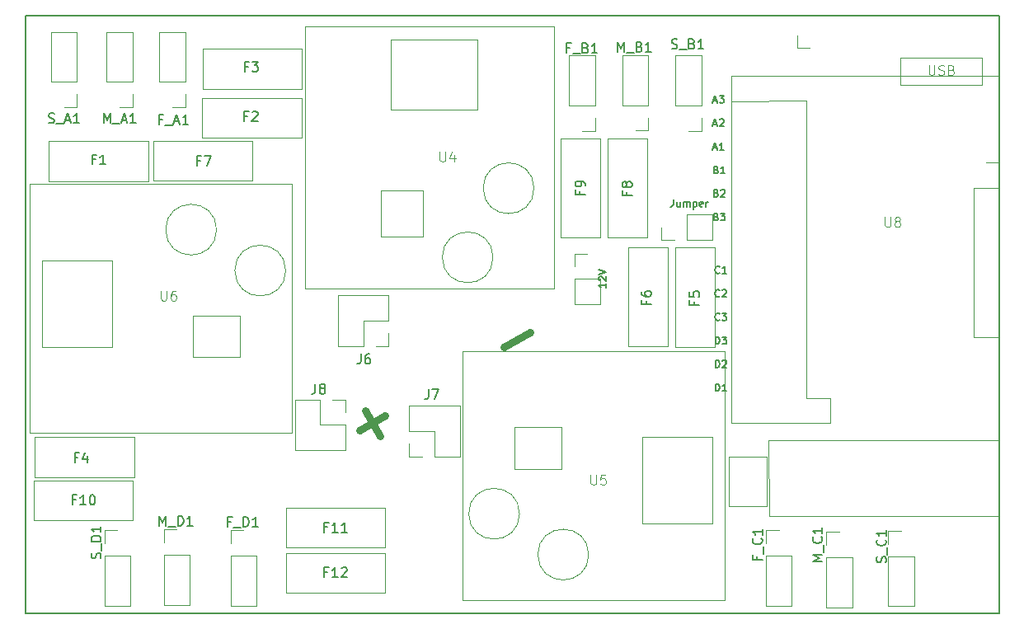
<source format=gbr>
%TF.GenerationSoftware,KiCad,Pcbnew,8.0.2*%
%TF.CreationDate,2024-07-21T17:00:07+02:00*%
%TF.ProjectId,CzlapCzlapBOT,437a6c61-7043-47a6-9c61-70424f542e6b,rev?*%
%TF.SameCoordinates,Original*%
%TF.FileFunction,Legend,Top*%
%TF.FilePolarity,Positive*%
%FSLAX46Y46*%
G04 Gerber Fmt 4.6, Leading zero omitted, Abs format (unit mm)*
G04 Created by KiCad (PCBNEW 8.0.2) date 2024-07-21 17:00:07*
%MOMM*%
%LPD*%
G01*
G04 APERTURE LIST*
%ADD10C,0.200000*%
%ADD11C,0.150000*%
%ADD12C,0.750000*%
%ADD13C,0.100000*%
%ADD14C,0.120000*%
G04 APERTURE END LIST*
D10*
X37329200Y-105816000D02*
X137329200Y-105816000D01*
X137329200Y-167170000D01*
X37329200Y-167170000D01*
X37329200Y-105816000D01*
D11*
X108605026Y-132229605D02*
X108569312Y-132265320D01*
X108569312Y-132265320D02*
X108462169Y-132301034D01*
X108462169Y-132301034D02*
X108390741Y-132301034D01*
X108390741Y-132301034D02*
X108283598Y-132265320D01*
X108283598Y-132265320D02*
X108212169Y-132193891D01*
X108212169Y-132193891D02*
X108176455Y-132122462D01*
X108176455Y-132122462D02*
X108140741Y-131979605D01*
X108140741Y-131979605D02*
X108140741Y-131872462D01*
X108140741Y-131872462D02*
X108176455Y-131729605D01*
X108176455Y-131729605D02*
X108212169Y-131658177D01*
X108212169Y-131658177D02*
X108283598Y-131586748D01*
X108283598Y-131586748D02*
X108390741Y-131551034D01*
X108390741Y-131551034D02*
X108462169Y-131551034D01*
X108462169Y-131551034D02*
X108569312Y-131586748D01*
X108569312Y-131586748D02*
X108605026Y-131622462D01*
X109319312Y-132301034D02*
X108890741Y-132301034D01*
X109105026Y-132301034D02*
X109105026Y-131551034D01*
X109105026Y-131551034D02*
X109033598Y-131658177D01*
X109033598Y-131658177D02*
X108962169Y-131729605D01*
X108962169Y-131729605D02*
X108890741Y-131765320D01*
X108605026Y-134644521D02*
X108569312Y-134680236D01*
X108569312Y-134680236D02*
X108462169Y-134715950D01*
X108462169Y-134715950D02*
X108390741Y-134715950D01*
X108390741Y-134715950D02*
X108283598Y-134680236D01*
X108283598Y-134680236D02*
X108212169Y-134608807D01*
X108212169Y-134608807D02*
X108176455Y-134537378D01*
X108176455Y-134537378D02*
X108140741Y-134394521D01*
X108140741Y-134394521D02*
X108140741Y-134287378D01*
X108140741Y-134287378D02*
X108176455Y-134144521D01*
X108176455Y-134144521D02*
X108212169Y-134073093D01*
X108212169Y-134073093D02*
X108283598Y-134001664D01*
X108283598Y-134001664D02*
X108390741Y-133965950D01*
X108390741Y-133965950D02*
X108462169Y-133965950D01*
X108462169Y-133965950D02*
X108569312Y-134001664D01*
X108569312Y-134001664D02*
X108605026Y-134037378D01*
X108890741Y-134037378D02*
X108926455Y-134001664D01*
X108926455Y-134001664D02*
X108997884Y-133965950D01*
X108997884Y-133965950D02*
X109176455Y-133965950D01*
X109176455Y-133965950D02*
X109247884Y-134001664D01*
X109247884Y-134001664D02*
X109283598Y-134037378D01*
X109283598Y-134037378D02*
X109319312Y-134108807D01*
X109319312Y-134108807D02*
X109319312Y-134180236D01*
X109319312Y-134180236D02*
X109283598Y-134287378D01*
X109283598Y-134287378D02*
X108855026Y-134715950D01*
X108855026Y-134715950D02*
X109319312Y-134715950D01*
X108605026Y-137059437D02*
X108569312Y-137095152D01*
X108569312Y-137095152D02*
X108462169Y-137130866D01*
X108462169Y-137130866D02*
X108390741Y-137130866D01*
X108390741Y-137130866D02*
X108283598Y-137095152D01*
X108283598Y-137095152D02*
X108212169Y-137023723D01*
X108212169Y-137023723D02*
X108176455Y-136952294D01*
X108176455Y-136952294D02*
X108140741Y-136809437D01*
X108140741Y-136809437D02*
X108140741Y-136702294D01*
X108140741Y-136702294D02*
X108176455Y-136559437D01*
X108176455Y-136559437D02*
X108212169Y-136488009D01*
X108212169Y-136488009D02*
X108283598Y-136416580D01*
X108283598Y-136416580D02*
X108390741Y-136380866D01*
X108390741Y-136380866D02*
X108462169Y-136380866D01*
X108462169Y-136380866D02*
X108569312Y-136416580D01*
X108569312Y-136416580D02*
X108605026Y-136452294D01*
X108855026Y-136380866D02*
X109319312Y-136380866D01*
X109319312Y-136380866D02*
X109069312Y-136666580D01*
X109069312Y-136666580D02*
X109176455Y-136666580D01*
X109176455Y-136666580D02*
X109247884Y-136702294D01*
X109247884Y-136702294D02*
X109283598Y-136738009D01*
X109283598Y-136738009D02*
X109319312Y-136809437D01*
X109319312Y-136809437D02*
X109319312Y-136988009D01*
X109319312Y-136988009D02*
X109283598Y-137059437D01*
X109283598Y-137059437D02*
X109247884Y-137095152D01*
X109247884Y-137095152D02*
X109176455Y-137130866D01*
X109176455Y-137130866D02*
X108962169Y-137130866D01*
X108962169Y-137130866D02*
X108890741Y-137095152D01*
X108890741Y-137095152D02*
X108855026Y-137059437D01*
X108176455Y-139545782D02*
X108176455Y-138795782D01*
X108176455Y-138795782D02*
X108355026Y-138795782D01*
X108355026Y-138795782D02*
X108462169Y-138831496D01*
X108462169Y-138831496D02*
X108533598Y-138902925D01*
X108533598Y-138902925D02*
X108569312Y-138974353D01*
X108569312Y-138974353D02*
X108605026Y-139117210D01*
X108605026Y-139117210D02*
X108605026Y-139224353D01*
X108605026Y-139224353D02*
X108569312Y-139367210D01*
X108569312Y-139367210D02*
X108533598Y-139438639D01*
X108533598Y-139438639D02*
X108462169Y-139510068D01*
X108462169Y-139510068D02*
X108355026Y-139545782D01*
X108355026Y-139545782D02*
X108176455Y-139545782D01*
X108855026Y-138795782D02*
X109319312Y-138795782D01*
X109319312Y-138795782D02*
X109069312Y-139081496D01*
X109069312Y-139081496D02*
X109176455Y-139081496D01*
X109176455Y-139081496D02*
X109247884Y-139117210D01*
X109247884Y-139117210D02*
X109283598Y-139152925D01*
X109283598Y-139152925D02*
X109319312Y-139224353D01*
X109319312Y-139224353D02*
X109319312Y-139402925D01*
X109319312Y-139402925D02*
X109283598Y-139474353D01*
X109283598Y-139474353D02*
X109247884Y-139510068D01*
X109247884Y-139510068D02*
X109176455Y-139545782D01*
X109176455Y-139545782D02*
X108962169Y-139545782D01*
X108962169Y-139545782D02*
X108890741Y-139510068D01*
X108890741Y-139510068D02*
X108855026Y-139474353D01*
X108176455Y-141960698D02*
X108176455Y-141210698D01*
X108176455Y-141210698D02*
X108355026Y-141210698D01*
X108355026Y-141210698D02*
X108462169Y-141246412D01*
X108462169Y-141246412D02*
X108533598Y-141317841D01*
X108533598Y-141317841D02*
X108569312Y-141389269D01*
X108569312Y-141389269D02*
X108605026Y-141532126D01*
X108605026Y-141532126D02*
X108605026Y-141639269D01*
X108605026Y-141639269D02*
X108569312Y-141782126D01*
X108569312Y-141782126D02*
X108533598Y-141853555D01*
X108533598Y-141853555D02*
X108462169Y-141924984D01*
X108462169Y-141924984D02*
X108355026Y-141960698D01*
X108355026Y-141960698D02*
X108176455Y-141960698D01*
X108890741Y-141282126D02*
X108926455Y-141246412D01*
X108926455Y-141246412D02*
X108997884Y-141210698D01*
X108997884Y-141210698D02*
X109176455Y-141210698D01*
X109176455Y-141210698D02*
X109247884Y-141246412D01*
X109247884Y-141246412D02*
X109283598Y-141282126D01*
X109283598Y-141282126D02*
X109319312Y-141353555D01*
X109319312Y-141353555D02*
X109319312Y-141424984D01*
X109319312Y-141424984D02*
X109283598Y-141532126D01*
X109283598Y-141532126D02*
X108855026Y-141960698D01*
X108855026Y-141960698D02*
X109319312Y-141960698D01*
X108176455Y-144375614D02*
X108176455Y-143625614D01*
X108176455Y-143625614D02*
X108355026Y-143625614D01*
X108355026Y-143625614D02*
X108462169Y-143661328D01*
X108462169Y-143661328D02*
X108533598Y-143732757D01*
X108533598Y-143732757D02*
X108569312Y-143804185D01*
X108569312Y-143804185D02*
X108605026Y-143947042D01*
X108605026Y-143947042D02*
X108605026Y-144054185D01*
X108605026Y-144054185D02*
X108569312Y-144197042D01*
X108569312Y-144197042D02*
X108533598Y-144268471D01*
X108533598Y-144268471D02*
X108462169Y-144339900D01*
X108462169Y-144339900D02*
X108355026Y-144375614D01*
X108355026Y-144375614D02*
X108176455Y-144375614D01*
X109319312Y-144375614D02*
X108890741Y-144375614D01*
X109105026Y-144375614D02*
X109105026Y-143625614D01*
X109105026Y-143625614D02*
X109033598Y-143732757D01*
X109033598Y-143732757D02*
X108962169Y-143804185D01*
X108962169Y-143804185D02*
X108890741Y-143839900D01*
X103869541Y-124677214D02*
X103869541Y-125212928D01*
X103869541Y-125212928D02*
X103833826Y-125320071D01*
X103833826Y-125320071D02*
X103762398Y-125391500D01*
X103762398Y-125391500D02*
X103655255Y-125427214D01*
X103655255Y-125427214D02*
X103583826Y-125427214D01*
X104548113Y-124927214D02*
X104548113Y-125427214D01*
X104226684Y-124927214D02*
X104226684Y-125320071D01*
X104226684Y-125320071D02*
X104262398Y-125391500D01*
X104262398Y-125391500D02*
X104333827Y-125427214D01*
X104333827Y-125427214D02*
X104440970Y-125427214D01*
X104440970Y-125427214D02*
X104512398Y-125391500D01*
X104512398Y-125391500D02*
X104548113Y-125355785D01*
X104905255Y-125427214D02*
X104905255Y-124927214D01*
X104905255Y-124998642D02*
X104940969Y-124962928D01*
X104940969Y-124962928D02*
X105012398Y-124927214D01*
X105012398Y-124927214D02*
X105119541Y-124927214D01*
X105119541Y-124927214D02*
X105190969Y-124962928D01*
X105190969Y-124962928D02*
X105226684Y-125034357D01*
X105226684Y-125034357D02*
X105226684Y-125427214D01*
X105226684Y-125034357D02*
X105262398Y-124962928D01*
X105262398Y-124962928D02*
X105333826Y-124927214D01*
X105333826Y-124927214D02*
X105440969Y-124927214D01*
X105440969Y-124927214D02*
X105512398Y-124962928D01*
X105512398Y-124962928D02*
X105548112Y-125034357D01*
X105548112Y-125034357D02*
X105548112Y-125427214D01*
X105905255Y-124927214D02*
X105905255Y-125677214D01*
X105905255Y-124962928D02*
X105976684Y-124927214D01*
X105976684Y-124927214D02*
X106119541Y-124927214D01*
X106119541Y-124927214D02*
X106190969Y-124962928D01*
X106190969Y-124962928D02*
X106226684Y-124998642D01*
X106226684Y-124998642D02*
X106262398Y-125070071D01*
X106262398Y-125070071D02*
X106262398Y-125284357D01*
X106262398Y-125284357D02*
X106226684Y-125355785D01*
X106226684Y-125355785D02*
X106190969Y-125391500D01*
X106190969Y-125391500D02*
X106119541Y-125427214D01*
X106119541Y-125427214D02*
X105976684Y-125427214D01*
X105976684Y-125427214D02*
X105905255Y-125391500D01*
X106869540Y-125391500D02*
X106798112Y-125427214D01*
X106798112Y-125427214D02*
X106655255Y-125427214D01*
X106655255Y-125427214D02*
X106583826Y-125391500D01*
X106583826Y-125391500D02*
X106548112Y-125320071D01*
X106548112Y-125320071D02*
X106548112Y-125034357D01*
X106548112Y-125034357D02*
X106583826Y-124962928D01*
X106583826Y-124962928D02*
X106655255Y-124927214D01*
X106655255Y-124927214D02*
X106798112Y-124927214D01*
X106798112Y-124927214D02*
X106869540Y-124962928D01*
X106869540Y-124962928D02*
X106905255Y-125034357D01*
X106905255Y-125034357D02*
X106905255Y-125105785D01*
X106905255Y-125105785D02*
X106548112Y-125177214D01*
X107226683Y-125427214D02*
X107226683Y-124927214D01*
X107226683Y-125070071D02*
X107262397Y-124998642D01*
X107262397Y-124998642D02*
X107298112Y-124962928D01*
X107298112Y-124962928D02*
X107369540Y-124927214D01*
X107369540Y-124927214D02*
X107440969Y-124927214D01*
D12*
X71650734Y-148426526D02*
X74290050Y-146902716D01*
X73732297Y-148984279D02*
X72208487Y-146344963D01*
X86496884Y-139855097D02*
X89136199Y-138331288D01*
D11*
X107988341Y-114560748D02*
X108345484Y-114560748D01*
X107916912Y-114775034D02*
X108166912Y-114025034D01*
X108166912Y-114025034D02*
X108416912Y-114775034D01*
X108595483Y-114025034D02*
X109059769Y-114025034D01*
X109059769Y-114025034D02*
X108809769Y-114310748D01*
X108809769Y-114310748D02*
X108916912Y-114310748D01*
X108916912Y-114310748D02*
X108988341Y-114346462D01*
X108988341Y-114346462D02*
X109024055Y-114382177D01*
X109024055Y-114382177D02*
X109059769Y-114453605D01*
X109059769Y-114453605D02*
X109059769Y-114632177D01*
X109059769Y-114632177D02*
X109024055Y-114703605D01*
X109024055Y-114703605D02*
X108988341Y-114739320D01*
X108988341Y-114739320D02*
X108916912Y-114775034D01*
X108916912Y-114775034D02*
X108702626Y-114775034D01*
X108702626Y-114775034D02*
X108631198Y-114739320D01*
X108631198Y-114739320D02*
X108595483Y-114703605D01*
X107988341Y-116975664D02*
X108345484Y-116975664D01*
X107916912Y-117189950D02*
X108166912Y-116439950D01*
X108166912Y-116439950D02*
X108416912Y-117189950D01*
X108631198Y-116511378D02*
X108666912Y-116475664D01*
X108666912Y-116475664D02*
X108738341Y-116439950D01*
X108738341Y-116439950D02*
X108916912Y-116439950D01*
X108916912Y-116439950D02*
X108988341Y-116475664D01*
X108988341Y-116475664D02*
X109024055Y-116511378D01*
X109024055Y-116511378D02*
X109059769Y-116582807D01*
X109059769Y-116582807D02*
X109059769Y-116654236D01*
X109059769Y-116654236D02*
X109024055Y-116761378D01*
X109024055Y-116761378D02*
X108595483Y-117189950D01*
X108595483Y-117189950D02*
X109059769Y-117189950D01*
X107988341Y-119390580D02*
X108345484Y-119390580D01*
X107916912Y-119604866D02*
X108166912Y-118854866D01*
X108166912Y-118854866D02*
X108416912Y-119604866D01*
X109059769Y-119604866D02*
X108631198Y-119604866D01*
X108845483Y-119604866D02*
X108845483Y-118854866D01*
X108845483Y-118854866D02*
X108774055Y-118962009D01*
X108774055Y-118962009D02*
X108702626Y-119033437D01*
X108702626Y-119033437D02*
X108631198Y-119069152D01*
X108274055Y-121626925D02*
X108381198Y-121662639D01*
X108381198Y-121662639D02*
X108416912Y-121698353D01*
X108416912Y-121698353D02*
X108452626Y-121769782D01*
X108452626Y-121769782D02*
X108452626Y-121876925D01*
X108452626Y-121876925D02*
X108416912Y-121948353D01*
X108416912Y-121948353D02*
X108381198Y-121984068D01*
X108381198Y-121984068D02*
X108309769Y-122019782D01*
X108309769Y-122019782D02*
X108024055Y-122019782D01*
X108024055Y-122019782D02*
X108024055Y-121269782D01*
X108024055Y-121269782D02*
X108274055Y-121269782D01*
X108274055Y-121269782D02*
X108345484Y-121305496D01*
X108345484Y-121305496D02*
X108381198Y-121341210D01*
X108381198Y-121341210D02*
X108416912Y-121412639D01*
X108416912Y-121412639D02*
X108416912Y-121484068D01*
X108416912Y-121484068D02*
X108381198Y-121555496D01*
X108381198Y-121555496D02*
X108345484Y-121591210D01*
X108345484Y-121591210D02*
X108274055Y-121626925D01*
X108274055Y-121626925D02*
X108024055Y-121626925D01*
X109166912Y-122019782D02*
X108738341Y-122019782D01*
X108952626Y-122019782D02*
X108952626Y-121269782D01*
X108952626Y-121269782D02*
X108881198Y-121376925D01*
X108881198Y-121376925D02*
X108809769Y-121448353D01*
X108809769Y-121448353D02*
X108738341Y-121484068D01*
X108274055Y-124041841D02*
X108381198Y-124077555D01*
X108381198Y-124077555D02*
X108416912Y-124113269D01*
X108416912Y-124113269D02*
X108452626Y-124184698D01*
X108452626Y-124184698D02*
X108452626Y-124291841D01*
X108452626Y-124291841D02*
X108416912Y-124363269D01*
X108416912Y-124363269D02*
X108381198Y-124398984D01*
X108381198Y-124398984D02*
X108309769Y-124434698D01*
X108309769Y-124434698D02*
X108024055Y-124434698D01*
X108024055Y-124434698D02*
X108024055Y-123684698D01*
X108024055Y-123684698D02*
X108274055Y-123684698D01*
X108274055Y-123684698D02*
X108345484Y-123720412D01*
X108345484Y-123720412D02*
X108381198Y-123756126D01*
X108381198Y-123756126D02*
X108416912Y-123827555D01*
X108416912Y-123827555D02*
X108416912Y-123898984D01*
X108416912Y-123898984D02*
X108381198Y-123970412D01*
X108381198Y-123970412D02*
X108345484Y-124006126D01*
X108345484Y-124006126D02*
X108274055Y-124041841D01*
X108274055Y-124041841D02*
X108024055Y-124041841D01*
X108738341Y-123756126D02*
X108774055Y-123720412D01*
X108774055Y-123720412D02*
X108845484Y-123684698D01*
X108845484Y-123684698D02*
X109024055Y-123684698D01*
X109024055Y-123684698D02*
X109095484Y-123720412D01*
X109095484Y-123720412D02*
X109131198Y-123756126D01*
X109131198Y-123756126D02*
X109166912Y-123827555D01*
X109166912Y-123827555D02*
X109166912Y-123898984D01*
X109166912Y-123898984D02*
X109131198Y-124006126D01*
X109131198Y-124006126D02*
X108702626Y-124434698D01*
X108702626Y-124434698D02*
X109166912Y-124434698D01*
X108274055Y-126456757D02*
X108381198Y-126492471D01*
X108381198Y-126492471D02*
X108416912Y-126528185D01*
X108416912Y-126528185D02*
X108452626Y-126599614D01*
X108452626Y-126599614D02*
X108452626Y-126706757D01*
X108452626Y-126706757D02*
X108416912Y-126778185D01*
X108416912Y-126778185D02*
X108381198Y-126813900D01*
X108381198Y-126813900D02*
X108309769Y-126849614D01*
X108309769Y-126849614D02*
X108024055Y-126849614D01*
X108024055Y-126849614D02*
X108024055Y-126099614D01*
X108024055Y-126099614D02*
X108274055Y-126099614D01*
X108274055Y-126099614D02*
X108345484Y-126135328D01*
X108345484Y-126135328D02*
X108381198Y-126171042D01*
X108381198Y-126171042D02*
X108416912Y-126242471D01*
X108416912Y-126242471D02*
X108416912Y-126313900D01*
X108416912Y-126313900D02*
X108381198Y-126385328D01*
X108381198Y-126385328D02*
X108345484Y-126421042D01*
X108345484Y-126421042D02*
X108274055Y-126456757D01*
X108274055Y-126456757D02*
X108024055Y-126456757D01*
X108702626Y-126099614D02*
X109166912Y-126099614D01*
X109166912Y-126099614D02*
X108916912Y-126385328D01*
X108916912Y-126385328D02*
X109024055Y-126385328D01*
X109024055Y-126385328D02*
X109095484Y-126421042D01*
X109095484Y-126421042D02*
X109131198Y-126456757D01*
X109131198Y-126456757D02*
X109166912Y-126528185D01*
X109166912Y-126528185D02*
X109166912Y-126706757D01*
X109166912Y-126706757D02*
X109131198Y-126778185D01*
X109131198Y-126778185D02*
X109095484Y-126813900D01*
X109095484Y-126813900D02*
X109024055Y-126849614D01*
X109024055Y-126849614D02*
X108809769Y-126849614D01*
X108809769Y-126849614D02*
X108738341Y-126813900D01*
X108738341Y-126813900D02*
X108702626Y-126778185D01*
X96953814Y-133314887D02*
X96953814Y-133743458D01*
X96953814Y-133529173D02*
X96203814Y-133529173D01*
X96203814Y-133529173D02*
X96310957Y-133600601D01*
X96310957Y-133600601D02*
X96382385Y-133672030D01*
X96382385Y-133672030D02*
X96418100Y-133743458D01*
X96275242Y-133029172D02*
X96239528Y-132993458D01*
X96239528Y-132993458D02*
X96203814Y-132922030D01*
X96203814Y-132922030D02*
X96203814Y-132743458D01*
X96203814Y-132743458D02*
X96239528Y-132672030D01*
X96239528Y-132672030D02*
X96275242Y-132636315D01*
X96275242Y-132636315D02*
X96346671Y-132600601D01*
X96346671Y-132600601D02*
X96418100Y-132600601D01*
X96418100Y-132600601D02*
X96525242Y-132636315D01*
X96525242Y-132636315D02*
X96953814Y-133064887D01*
X96953814Y-133064887D02*
X96953814Y-132600601D01*
X96203814Y-132386315D02*
X96953814Y-132136315D01*
X96953814Y-132136315D02*
X96203814Y-131886315D01*
X60174866Y-111030809D02*
X59841533Y-111030809D01*
X59841533Y-111554619D02*
X59841533Y-110554619D01*
X59841533Y-110554619D02*
X60317723Y-110554619D01*
X60603438Y-110554619D02*
X61222485Y-110554619D01*
X61222485Y-110554619D02*
X60889152Y-110935571D01*
X60889152Y-110935571D02*
X61032009Y-110935571D01*
X61032009Y-110935571D02*
X61127247Y-110983190D01*
X61127247Y-110983190D02*
X61174866Y-111030809D01*
X61174866Y-111030809D02*
X61222485Y-111126047D01*
X61222485Y-111126047D02*
X61222485Y-111364142D01*
X61222485Y-111364142D02*
X61174866Y-111459380D01*
X61174866Y-111459380D02*
X61127247Y-111507000D01*
X61127247Y-111507000D02*
X61032009Y-111554619D01*
X61032009Y-111554619D02*
X60746295Y-111554619D01*
X60746295Y-111554619D02*
X60651057Y-111507000D01*
X60651057Y-111507000D02*
X60603438Y-111459380D01*
D13*
X51257295Y-134077419D02*
X51257295Y-134886942D01*
X51257295Y-134886942D02*
X51304914Y-134982180D01*
X51304914Y-134982180D02*
X51352533Y-135029800D01*
X51352533Y-135029800D02*
X51447771Y-135077419D01*
X51447771Y-135077419D02*
X51638247Y-135077419D01*
X51638247Y-135077419D02*
X51733485Y-135029800D01*
X51733485Y-135029800D02*
X51781104Y-134982180D01*
X51781104Y-134982180D02*
X51828723Y-134886942D01*
X51828723Y-134886942D02*
X51828723Y-134077419D01*
X52733485Y-134077419D02*
X52543009Y-134077419D01*
X52543009Y-134077419D02*
X52447771Y-134125038D01*
X52447771Y-134125038D02*
X52400152Y-134172657D01*
X52400152Y-134172657D02*
X52304914Y-134315514D01*
X52304914Y-134315514D02*
X52257295Y-134505990D01*
X52257295Y-134505990D02*
X52257295Y-134886942D01*
X52257295Y-134886942D02*
X52304914Y-134982180D01*
X52304914Y-134982180D02*
X52352533Y-135029800D01*
X52352533Y-135029800D02*
X52447771Y-135077419D01*
X52447771Y-135077419D02*
X52638247Y-135077419D01*
X52638247Y-135077419D02*
X52733485Y-135029800D01*
X52733485Y-135029800D02*
X52781104Y-134982180D01*
X52781104Y-134982180D02*
X52828723Y-134886942D01*
X52828723Y-134886942D02*
X52828723Y-134648847D01*
X52828723Y-134648847D02*
X52781104Y-134553609D01*
X52781104Y-134553609D02*
X52733485Y-134505990D01*
X52733485Y-134505990D02*
X52638247Y-134458371D01*
X52638247Y-134458371D02*
X52447771Y-134458371D01*
X52447771Y-134458371D02*
X52352533Y-134505990D01*
X52352533Y-134505990D02*
X52304914Y-134553609D01*
X52304914Y-134553609D02*
X52257295Y-134648847D01*
D11*
X68370076Y-158338209D02*
X68036743Y-158338209D01*
X68036743Y-158862019D02*
X68036743Y-157862019D01*
X68036743Y-157862019D02*
X68512933Y-157862019D01*
X69417695Y-158862019D02*
X68846267Y-158862019D01*
X69131981Y-158862019D02*
X69131981Y-157862019D01*
X69131981Y-157862019D02*
X69036743Y-158004876D01*
X69036743Y-158004876D02*
X68941505Y-158100114D01*
X68941505Y-158100114D02*
X68846267Y-158147733D01*
X70370076Y-158862019D02*
X69798648Y-158862019D01*
X70084362Y-158862019D02*
X70084362Y-157862019D01*
X70084362Y-157862019D02*
X69989124Y-158004876D01*
X69989124Y-158004876D02*
X69893886Y-158100114D01*
X69893886Y-158100114D02*
X69798648Y-158147733D01*
X94279209Y-123843533D02*
X94279209Y-124176866D01*
X94803019Y-124176866D02*
X93803019Y-124176866D01*
X93803019Y-124176866D02*
X93803019Y-123700676D01*
X94803019Y-123272104D02*
X94803019Y-123081628D01*
X94803019Y-123081628D02*
X94755400Y-122986390D01*
X94755400Y-122986390D02*
X94707780Y-122938771D01*
X94707780Y-122938771D02*
X94564923Y-122843533D01*
X94564923Y-122843533D02*
X94374447Y-122795914D01*
X94374447Y-122795914D02*
X93993495Y-122795914D01*
X93993495Y-122795914D02*
X93898257Y-122843533D01*
X93898257Y-122843533D02*
X93850638Y-122891152D01*
X93850638Y-122891152D02*
X93803019Y-122986390D01*
X93803019Y-122986390D02*
X93803019Y-123176866D01*
X93803019Y-123176866D02*
X93850638Y-123272104D01*
X93850638Y-123272104D02*
X93898257Y-123319723D01*
X93898257Y-123319723D02*
X93993495Y-123367342D01*
X93993495Y-123367342D02*
X94231590Y-123367342D01*
X94231590Y-123367342D02*
X94326828Y-123319723D01*
X94326828Y-123319723D02*
X94374447Y-123272104D01*
X94374447Y-123272104D02*
X94422066Y-123176866D01*
X94422066Y-123176866D02*
X94422066Y-122986390D01*
X94422066Y-122986390D02*
X94374447Y-122891152D01*
X94374447Y-122891152D02*
X94326828Y-122843533D01*
X94326828Y-122843533D02*
X94231590Y-122795914D01*
X51090724Y-158188819D02*
X51090724Y-157188819D01*
X51090724Y-157188819D02*
X51424057Y-157903104D01*
X51424057Y-157903104D02*
X51757390Y-157188819D01*
X51757390Y-157188819D02*
X51757390Y-158188819D01*
X51995486Y-158284057D02*
X52757390Y-158284057D01*
X52995486Y-158188819D02*
X52995486Y-157188819D01*
X52995486Y-157188819D02*
X53233581Y-157188819D01*
X53233581Y-157188819D02*
X53376438Y-157236438D01*
X53376438Y-157236438D02*
X53471676Y-157331676D01*
X53471676Y-157331676D02*
X53519295Y-157426914D01*
X53519295Y-157426914D02*
X53566914Y-157617390D01*
X53566914Y-157617390D02*
X53566914Y-157760247D01*
X53566914Y-157760247D02*
X53519295Y-157950723D01*
X53519295Y-157950723D02*
X53471676Y-158045961D01*
X53471676Y-158045961D02*
X53376438Y-158141200D01*
X53376438Y-158141200D02*
X53233581Y-158188819D01*
X53233581Y-158188819D02*
X52995486Y-158188819D01*
X54519295Y-158188819D02*
X53947867Y-158188819D01*
X54233581Y-158188819D02*
X54233581Y-157188819D01*
X54233581Y-157188819D02*
X54138343Y-157331676D01*
X54138343Y-157331676D02*
X54043105Y-157426914D01*
X54043105Y-157426914D02*
X53947867Y-157474533D01*
X42719666Y-151188009D02*
X42386333Y-151188009D01*
X42386333Y-151711819D02*
X42386333Y-150711819D01*
X42386333Y-150711819D02*
X42862523Y-150711819D01*
X43672047Y-151045152D02*
X43672047Y-151711819D01*
X43433952Y-150664200D02*
X43195857Y-151378485D01*
X43195857Y-151378485D02*
X43814904Y-151378485D01*
X103690943Y-109170000D02*
X103833800Y-109217619D01*
X103833800Y-109217619D02*
X104071895Y-109217619D01*
X104071895Y-109217619D02*
X104167133Y-109170000D01*
X104167133Y-109170000D02*
X104214752Y-109122380D01*
X104214752Y-109122380D02*
X104262371Y-109027142D01*
X104262371Y-109027142D02*
X104262371Y-108931904D01*
X104262371Y-108931904D02*
X104214752Y-108836666D01*
X104214752Y-108836666D02*
X104167133Y-108789047D01*
X104167133Y-108789047D02*
X104071895Y-108741428D01*
X104071895Y-108741428D02*
X103881419Y-108693809D01*
X103881419Y-108693809D02*
X103786181Y-108646190D01*
X103786181Y-108646190D02*
X103738562Y-108598571D01*
X103738562Y-108598571D02*
X103690943Y-108503333D01*
X103690943Y-108503333D02*
X103690943Y-108408095D01*
X103690943Y-108408095D02*
X103738562Y-108312857D01*
X103738562Y-108312857D02*
X103786181Y-108265238D01*
X103786181Y-108265238D02*
X103881419Y-108217619D01*
X103881419Y-108217619D02*
X104119514Y-108217619D01*
X104119514Y-108217619D02*
X104262371Y-108265238D01*
X104452848Y-109312857D02*
X105214752Y-109312857D01*
X105786181Y-108693809D02*
X105929038Y-108741428D01*
X105929038Y-108741428D02*
X105976657Y-108789047D01*
X105976657Y-108789047D02*
X106024276Y-108884285D01*
X106024276Y-108884285D02*
X106024276Y-109027142D01*
X106024276Y-109027142D02*
X105976657Y-109122380D01*
X105976657Y-109122380D02*
X105929038Y-109170000D01*
X105929038Y-109170000D02*
X105833800Y-109217619D01*
X105833800Y-109217619D02*
X105452848Y-109217619D01*
X105452848Y-109217619D02*
X105452848Y-108217619D01*
X105452848Y-108217619D02*
X105786181Y-108217619D01*
X105786181Y-108217619D02*
X105881419Y-108265238D01*
X105881419Y-108265238D02*
X105929038Y-108312857D01*
X105929038Y-108312857D02*
X105976657Y-108408095D01*
X105976657Y-108408095D02*
X105976657Y-108503333D01*
X105976657Y-108503333D02*
X105929038Y-108598571D01*
X105929038Y-108598571D02*
X105881419Y-108646190D01*
X105881419Y-108646190D02*
X105786181Y-108693809D01*
X105786181Y-108693809D02*
X105452848Y-108693809D01*
X106976657Y-109217619D02*
X106405229Y-109217619D01*
X106690943Y-109217619D02*
X106690943Y-108217619D01*
X106690943Y-108217619D02*
X106595705Y-108360476D01*
X106595705Y-108360476D02*
X106500467Y-108455714D01*
X106500467Y-108455714D02*
X106405229Y-108503333D01*
D13*
X125608973Y-126511993D02*
X125608973Y-127321516D01*
X125608973Y-127321516D02*
X125656592Y-127416754D01*
X125656592Y-127416754D02*
X125704211Y-127464374D01*
X125704211Y-127464374D02*
X125799449Y-127511993D01*
X125799449Y-127511993D02*
X125989925Y-127511993D01*
X125989925Y-127511993D02*
X126085163Y-127464374D01*
X126085163Y-127464374D02*
X126132782Y-127416754D01*
X126132782Y-127416754D02*
X126180401Y-127321516D01*
X126180401Y-127321516D02*
X126180401Y-126511993D01*
X126799449Y-126940564D02*
X126704211Y-126892945D01*
X126704211Y-126892945D02*
X126656592Y-126845326D01*
X126656592Y-126845326D02*
X126608973Y-126750088D01*
X126608973Y-126750088D02*
X126608973Y-126702469D01*
X126608973Y-126702469D02*
X126656592Y-126607231D01*
X126656592Y-126607231D02*
X126704211Y-126559612D01*
X126704211Y-126559612D02*
X126799449Y-126511993D01*
X126799449Y-126511993D02*
X126989925Y-126511993D01*
X126989925Y-126511993D02*
X127085163Y-126559612D01*
X127085163Y-126559612D02*
X127132782Y-126607231D01*
X127132782Y-126607231D02*
X127180401Y-126702469D01*
X127180401Y-126702469D02*
X127180401Y-126750088D01*
X127180401Y-126750088D02*
X127132782Y-126845326D01*
X127132782Y-126845326D02*
X127085163Y-126892945D01*
X127085163Y-126892945D02*
X126989925Y-126940564D01*
X126989925Y-126940564D02*
X126799449Y-126940564D01*
X126799449Y-126940564D02*
X126704211Y-126988183D01*
X126704211Y-126988183D02*
X126656592Y-127035802D01*
X126656592Y-127035802D02*
X126608973Y-127131040D01*
X126608973Y-127131040D02*
X126608973Y-127321516D01*
X126608973Y-127321516D02*
X126656592Y-127416754D01*
X126656592Y-127416754D02*
X126704211Y-127464374D01*
X126704211Y-127464374D02*
X126799449Y-127511993D01*
X126799449Y-127511993D02*
X126989925Y-127511993D01*
X126989925Y-127511993D02*
X127085163Y-127464374D01*
X127085163Y-127464374D02*
X127132782Y-127416754D01*
X127132782Y-127416754D02*
X127180401Y-127321516D01*
X127180401Y-127321516D02*
X127180401Y-127131040D01*
X127180401Y-127131040D02*
X127132782Y-127035802D01*
X127132782Y-127035802D02*
X127085163Y-126988183D01*
X127085163Y-126988183D02*
X126989925Y-126940564D01*
D11*
X45370952Y-116837619D02*
X45370952Y-115837619D01*
X45370952Y-115837619D02*
X45704285Y-116551904D01*
X45704285Y-116551904D02*
X46037618Y-115837619D01*
X46037618Y-115837619D02*
X46037618Y-116837619D01*
X46275714Y-116932857D02*
X47037618Y-116932857D01*
X47228095Y-116551904D02*
X47704285Y-116551904D01*
X47132857Y-116837619D02*
X47466190Y-115837619D01*
X47466190Y-115837619D02*
X47799523Y-116837619D01*
X48656666Y-116837619D02*
X48085238Y-116837619D01*
X48370952Y-116837619D02*
X48370952Y-115837619D01*
X48370952Y-115837619D02*
X48275714Y-115980476D01*
X48275714Y-115980476D02*
X48180476Y-116075714D01*
X48180476Y-116075714D02*
X48085238Y-116123333D01*
X101061009Y-135131533D02*
X101061009Y-135464866D01*
X101584819Y-135464866D02*
X100584819Y-135464866D01*
X100584819Y-135464866D02*
X100584819Y-134988676D01*
X100584819Y-134179152D02*
X100584819Y-134369628D01*
X100584819Y-134369628D02*
X100632438Y-134464866D01*
X100632438Y-134464866D02*
X100680057Y-134512485D01*
X100680057Y-134512485D02*
X100822914Y-134607723D01*
X100822914Y-134607723D02*
X101013390Y-134655342D01*
X101013390Y-134655342D02*
X101394342Y-134655342D01*
X101394342Y-134655342D02*
X101489580Y-134607723D01*
X101489580Y-134607723D02*
X101537200Y-134560104D01*
X101537200Y-134560104D02*
X101584819Y-134464866D01*
X101584819Y-134464866D02*
X101584819Y-134274390D01*
X101584819Y-134274390D02*
X101537200Y-134179152D01*
X101537200Y-134179152D02*
X101489580Y-134131533D01*
X101489580Y-134131533D02*
X101394342Y-134083914D01*
X101394342Y-134083914D02*
X101156247Y-134083914D01*
X101156247Y-134083914D02*
X101061009Y-134131533D01*
X101061009Y-134131533D02*
X101013390Y-134179152D01*
X101013390Y-134179152D02*
X100965771Y-134274390D01*
X100965771Y-134274390D02*
X100965771Y-134464866D01*
X100965771Y-134464866D02*
X101013390Y-134560104D01*
X101013390Y-134560104D02*
X101061009Y-134607723D01*
X101061009Y-134607723D02*
X101156247Y-134655342D01*
X98156924Y-109522419D02*
X98156924Y-108522419D01*
X98156924Y-108522419D02*
X98490257Y-109236704D01*
X98490257Y-109236704D02*
X98823590Y-108522419D01*
X98823590Y-108522419D02*
X98823590Y-109522419D01*
X99061686Y-109617657D02*
X99823590Y-109617657D01*
X100395019Y-108998609D02*
X100537876Y-109046228D01*
X100537876Y-109046228D02*
X100585495Y-109093847D01*
X100585495Y-109093847D02*
X100633114Y-109189085D01*
X100633114Y-109189085D02*
X100633114Y-109331942D01*
X100633114Y-109331942D02*
X100585495Y-109427180D01*
X100585495Y-109427180D02*
X100537876Y-109474800D01*
X100537876Y-109474800D02*
X100442638Y-109522419D01*
X100442638Y-109522419D02*
X100061686Y-109522419D01*
X100061686Y-109522419D02*
X100061686Y-108522419D01*
X100061686Y-108522419D02*
X100395019Y-108522419D01*
X100395019Y-108522419D02*
X100490257Y-108570038D01*
X100490257Y-108570038D02*
X100537876Y-108617657D01*
X100537876Y-108617657D02*
X100585495Y-108712895D01*
X100585495Y-108712895D02*
X100585495Y-108808133D01*
X100585495Y-108808133D02*
X100537876Y-108903371D01*
X100537876Y-108903371D02*
X100490257Y-108950990D01*
X100490257Y-108950990D02*
X100395019Y-108998609D01*
X100395019Y-108998609D02*
X100061686Y-108998609D01*
X101585495Y-109522419D02*
X101014067Y-109522419D01*
X101299781Y-109522419D02*
X101299781Y-108522419D01*
X101299781Y-108522419D02*
X101204543Y-108665276D01*
X101204543Y-108665276D02*
X101109305Y-108760514D01*
X101109305Y-108760514D02*
X101014067Y-108808133D01*
X58424914Y-157766609D02*
X58091581Y-157766609D01*
X58091581Y-158290419D02*
X58091581Y-157290419D01*
X58091581Y-157290419D02*
X58567771Y-157290419D01*
X58710629Y-158385657D02*
X59472533Y-158385657D01*
X59710629Y-158290419D02*
X59710629Y-157290419D01*
X59710629Y-157290419D02*
X59948724Y-157290419D01*
X59948724Y-157290419D02*
X60091581Y-157338038D01*
X60091581Y-157338038D02*
X60186819Y-157433276D01*
X60186819Y-157433276D02*
X60234438Y-157528514D01*
X60234438Y-157528514D02*
X60282057Y-157718990D01*
X60282057Y-157718990D02*
X60282057Y-157861847D01*
X60282057Y-157861847D02*
X60234438Y-158052323D01*
X60234438Y-158052323D02*
X60186819Y-158147561D01*
X60186819Y-158147561D02*
X60091581Y-158242800D01*
X60091581Y-158242800D02*
X59948724Y-158290419D01*
X59948724Y-158290419D02*
X59710629Y-158290419D01*
X61234438Y-158290419D02*
X60663010Y-158290419D01*
X60948724Y-158290419D02*
X60948724Y-157290419D01*
X60948724Y-157290419D02*
X60853486Y-157433276D01*
X60853486Y-157433276D02*
X60758248Y-157528514D01*
X60758248Y-157528514D02*
X60663010Y-157576133D01*
X51384342Y-116445409D02*
X51051009Y-116445409D01*
X51051009Y-116969219D02*
X51051009Y-115969219D01*
X51051009Y-115969219D02*
X51527199Y-115969219D01*
X51670057Y-117064457D02*
X52431961Y-117064457D01*
X52622438Y-116683504D02*
X53098628Y-116683504D01*
X52527200Y-116969219D02*
X52860533Y-115969219D01*
X52860533Y-115969219D02*
X53193866Y-116969219D01*
X54051009Y-116969219D02*
X53479581Y-116969219D01*
X53765295Y-116969219D02*
X53765295Y-115969219D01*
X53765295Y-115969219D02*
X53670057Y-116112076D01*
X53670057Y-116112076D02*
X53574819Y-116207314D01*
X53574819Y-116207314D02*
X53479581Y-116254933D01*
X119174419Y-161837475D02*
X118174419Y-161837475D01*
X118174419Y-161837475D02*
X118888704Y-161504142D01*
X118888704Y-161504142D02*
X118174419Y-161170809D01*
X118174419Y-161170809D02*
X119174419Y-161170809D01*
X119269657Y-160932714D02*
X119269657Y-160170809D01*
X119079180Y-159361285D02*
X119126800Y-159408904D01*
X119126800Y-159408904D02*
X119174419Y-159551761D01*
X119174419Y-159551761D02*
X119174419Y-159646999D01*
X119174419Y-159646999D02*
X119126800Y-159789856D01*
X119126800Y-159789856D02*
X119031561Y-159885094D01*
X119031561Y-159885094D02*
X118936323Y-159932713D01*
X118936323Y-159932713D02*
X118745847Y-159980332D01*
X118745847Y-159980332D02*
X118602990Y-159980332D01*
X118602990Y-159980332D02*
X118412514Y-159932713D01*
X118412514Y-159932713D02*
X118317276Y-159885094D01*
X118317276Y-159885094D02*
X118222038Y-159789856D01*
X118222038Y-159789856D02*
X118174419Y-159646999D01*
X118174419Y-159646999D02*
X118174419Y-159551761D01*
X118174419Y-159551761D02*
X118222038Y-159408904D01*
X118222038Y-159408904D02*
X118269657Y-159361285D01*
X119174419Y-158408904D02*
X119174419Y-158980332D01*
X119174419Y-158694618D02*
X118174419Y-158694618D01*
X118174419Y-158694618D02*
X118317276Y-158789856D01*
X118317276Y-158789856D02*
X118412514Y-158885094D01*
X118412514Y-158885094D02*
X118460133Y-158980332D01*
X112478409Y-161361285D02*
X112478409Y-161694618D01*
X113002219Y-161694618D02*
X112002219Y-161694618D01*
X112002219Y-161694618D02*
X112002219Y-161218428D01*
X113097457Y-161075571D02*
X113097457Y-160313666D01*
X112906980Y-159504142D02*
X112954600Y-159551761D01*
X112954600Y-159551761D02*
X113002219Y-159694618D01*
X113002219Y-159694618D02*
X113002219Y-159789856D01*
X113002219Y-159789856D02*
X112954600Y-159932713D01*
X112954600Y-159932713D02*
X112859361Y-160027951D01*
X112859361Y-160027951D02*
X112764123Y-160075570D01*
X112764123Y-160075570D02*
X112573647Y-160123189D01*
X112573647Y-160123189D02*
X112430790Y-160123189D01*
X112430790Y-160123189D02*
X112240314Y-160075570D01*
X112240314Y-160075570D02*
X112145076Y-160027951D01*
X112145076Y-160027951D02*
X112049838Y-159932713D01*
X112049838Y-159932713D02*
X112002219Y-159789856D01*
X112002219Y-159789856D02*
X112002219Y-159694618D01*
X112002219Y-159694618D02*
X112049838Y-159551761D01*
X112049838Y-159551761D02*
X112097457Y-159504142D01*
X113002219Y-158551761D02*
X113002219Y-159123189D01*
X113002219Y-158837475D02*
X112002219Y-158837475D01*
X112002219Y-158837475D02*
X112145076Y-158932713D01*
X112145076Y-158932713D02*
X112240314Y-159027951D01*
X112240314Y-159027951D02*
X112287933Y-159123189D01*
X39728971Y-116790000D02*
X39871828Y-116837619D01*
X39871828Y-116837619D02*
X40109923Y-116837619D01*
X40109923Y-116837619D02*
X40205161Y-116790000D01*
X40205161Y-116790000D02*
X40252780Y-116742380D01*
X40252780Y-116742380D02*
X40300399Y-116647142D01*
X40300399Y-116647142D02*
X40300399Y-116551904D01*
X40300399Y-116551904D02*
X40252780Y-116456666D01*
X40252780Y-116456666D02*
X40205161Y-116409047D01*
X40205161Y-116409047D02*
X40109923Y-116361428D01*
X40109923Y-116361428D02*
X39919447Y-116313809D01*
X39919447Y-116313809D02*
X39824209Y-116266190D01*
X39824209Y-116266190D02*
X39776590Y-116218571D01*
X39776590Y-116218571D02*
X39728971Y-116123333D01*
X39728971Y-116123333D02*
X39728971Y-116028095D01*
X39728971Y-116028095D02*
X39776590Y-115932857D01*
X39776590Y-115932857D02*
X39824209Y-115885238D01*
X39824209Y-115885238D02*
X39919447Y-115837619D01*
X39919447Y-115837619D02*
X40157542Y-115837619D01*
X40157542Y-115837619D02*
X40300399Y-115885238D01*
X40490876Y-116932857D02*
X41252780Y-116932857D01*
X41443257Y-116551904D02*
X41919447Y-116551904D01*
X41348019Y-116837619D02*
X41681352Y-115837619D01*
X41681352Y-115837619D02*
X42014685Y-116837619D01*
X42871828Y-116837619D02*
X42300400Y-116837619D01*
X42586114Y-116837619D02*
X42586114Y-115837619D01*
X42586114Y-115837619D02*
X42490876Y-115980476D01*
X42490876Y-115980476D02*
X42395638Y-116075714D01*
X42395638Y-116075714D02*
X42300400Y-116123333D01*
X68370076Y-162961009D02*
X68036743Y-162961009D01*
X68036743Y-163484819D02*
X68036743Y-162484819D01*
X68036743Y-162484819D02*
X68512933Y-162484819D01*
X69417695Y-163484819D02*
X68846267Y-163484819D01*
X69131981Y-163484819D02*
X69131981Y-162484819D01*
X69131981Y-162484819D02*
X69036743Y-162627676D01*
X69036743Y-162627676D02*
X68941505Y-162722914D01*
X68941505Y-162722914D02*
X68846267Y-162770533D01*
X69798648Y-162580057D02*
X69846267Y-162532438D01*
X69846267Y-162532438D02*
X69941505Y-162484819D01*
X69941505Y-162484819D02*
X70179600Y-162484819D01*
X70179600Y-162484819D02*
X70274838Y-162532438D01*
X70274838Y-162532438D02*
X70322457Y-162580057D01*
X70322457Y-162580057D02*
X70370076Y-162675295D01*
X70370076Y-162675295D02*
X70370076Y-162770533D01*
X70370076Y-162770533D02*
X70322457Y-162913390D01*
X70322457Y-162913390D02*
X69751029Y-163484819D01*
X69751029Y-163484819D02*
X70370076Y-163484819D01*
X45035000Y-161561256D02*
X45082619Y-161418399D01*
X45082619Y-161418399D02*
X45082619Y-161180304D01*
X45082619Y-161180304D02*
X45035000Y-161085066D01*
X45035000Y-161085066D02*
X44987380Y-161037447D01*
X44987380Y-161037447D02*
X44892142Y-160989828D01*
X44892142Y-160989828D02*
X44796904Y-160989828D01*
X44796904Y-160989828D02*
X44701666Y-161037447D01*
X44701666Y-161037447D02*
X44654047Y-161085066D01*
X44654047Y-161085066D02*
X44606428Y-161180304D01*
X44606428Y-161180304D02*
X44558809Y-161370780D01*
X44558809Y-161370780D02*
X44511190Y-161466018D01*
X44511190Y-161466018D02*
X44463571Y-161513637D01*
X44463571Y-161513637D02*
X44368333Y-161561256D01*
X44368333Y-161561256D02*
X44273095Y-161561256D01*
X44273095Y-161561256D02*
X44177857Y-161513637D01*
X44177857Y-161513637D02*
X44130238Y-161466018D01*
X44130238Y-161466018D02*
X44082619Y-161370780D01*
X44082619Y-161370780D02*
X44082619Y-161132685D01*
X44082619Y-161132685D02*
X44130238Y-160989828D01*
X45177857Y-160799352D02*
X45177857Y-160037447D01*
X45082619Y-159799351D02*
X44082619Y-159799351D01*
X44082619Y-159799351D02*
X44082619Y-159561256D01*
X44082619Y-159561256D02*
X44130238Y-159418399D01*
X44130238Y-159418399D02*
X44225476Y-159323161D01*
X44225476Y-159323161D02*
X44320714Y-159275542D01*
X44320714Y-159275542D02*
X44511190Y-159227923D01*
X44511190Y-159227923D02*
X44654047Y-159227923D01*
X44654047Y-159227923D02*
X44844523Y-159275542D01*
X44844523Y-159275542D02*
X44939761Y-159323161D01*
X44939761Y-159323161D02*
X45035000Y-159418399D01*
X45035000Y-159418399D02*
X45082619Y-159561256D01*
X45082619Y-159561256D02*
X45082619Y-159799351D01*
X45082619Y-158275542D02*
X45082619Y-158846970D01*
X45082619Y-158561256D02*
X44082619Y-158561256D01*
X44082619Y-158561256D02*
X44225476Y-158656494D01*
X44225476Y-158656494D02*
X44320714Y-158751732D01*
X44320714Y-158751732D02*
X44368333Y-158846970D01*
X99105209Y-123919733D02*
X99105209Y-124253066D01*
X99629019Y-124253066D02*
X98629019Y-124253066D01*
X98629019Y-124253066D02*
X98629019Y-123776876D01*
X99057590Y-123253066D02*
X99009971Y-123348304D01*
X99009971Y-123348304D02*
X98962352Y-123395923D01*
X98962352Y-123395923D02*
X98867114Y-123443542D01*
X98867114Y-123443542D02*
X98819495Y-123443542D01*
X98819495Y-123443542D02*
X98724257Y-123395923D01*
X98724257Y-123395923D02*
X98676638Y-123348304D01*
X98676638Y-123348304D02*
X98629019Y-123253066D01*
X98629019Y-123253066D02*
X98629019Y-123062590D01*
X98629019Y-123062590D02*
X98676638Y-122967352D01*
X98676638Y-122967352D02*
X98724257Y-122919733D01*
X98724257Y-122919733D02*
X98819495Y-122872114D01*
X98819495Y-122872114D02*
X98867114Y-122872114D01*
X98867114Y-122872114D02*
X98962352Y-122919733D01*
X98962352Y-122919733D02*
X99009971Y-122967352D01*
X99009971Y-122967352D02*
X99057590Y-123062590D01*
X99057590Y-123062590D02*
X99057590Y-123253066D01*
X99057590Y-123253066D02*
X99105209Y-123348304D01*
X99105209Y-123348304D02*
X99152828Y-123395923D01*
X99152828Y-123395923D02*
X99248066Y-123443542D01*
X99248066Y-123443542D02*
X99438542Y-123443542D01*
X99438542Y-123443542D02*
X99533780Y-123395923D01*
X99533780Y-123395923D02*
X99581400Y-123348304D01*
X99581400Y-123348304D02*
X99629019Y-123253066D01*
X99629019Y-123253066D02*
X99629019Y-123062590D01*
X99629019Y-123062590D02*
X99581400Y-122967352D01*
X99581400Y-122967352D02*
X99533780Y-122919733D01*
X99533780Y-122919733D02*
X99438542Y-122872114D01*
X99438542Y-122872114D02*
X99248066Y-122872114D01*
X99248066Y-122872114D02*
X99152828Y-122919733D01*
X99152828Y-122919733D02*
X99105209Y-122967352D01*
X99105209Y-122967352D02*
X99057590Y-123062590D01*
X71774766Y-140570419D02*
X71774766Y-141284704D01*
X71774766Y-141284704D02*
X71727147Y-141427561D01*
X71727147Y-141427561D02*
X71631909Y-141522800D01*
X71631909Y-141522800D02*
X71489052Y-141570419D01*
X71489052Y-141570419D02*
X71393814Y-141570419D01*
X72679528Y-140570419D02*
X72489052Y-140570419D01*
X72489052Y-140570419D02*
X72393814Y-140618038D01*
X72393814Y-140618038D02*
X72346195Y-140665657D01*
X72346195Y-140665657D02*
X72250957Y-140808514D01*
X72250957Y-140808514D02*
X72203338Y-140998990D01*
X72203338Y-140998990D02*
X72203338Y-141379942D01*
X72203338Y-141379942D02*
X72250957Y-141475180D01*
X72250957Y-141475180D02*
X72298576Y-141522800D01*
X72298576Y-141522800D02*
X72393814Y-141570419D01*
X72393814Y-141570419D02*
X72584290Y-141570419D01*
X72584290Y-141570419D02*
X72679528Y-141522800D01*
X72679528Y-141522800D02*
X72727147Y-141475180D01*
X72727147Y-141475180D02*
X72774766Y-141379942D01*
X72774766Y-141379942D02*
X72774766Y-141141847D01*
X72774766Y-141141847D02*
X72727147Y-141046609D01*
X72727147Y-141046609D02*
X72679528Y-140998990D01*
X72679528Y-140998990D02*
X72584290Y-140951371D01*
X72584290Y-140951371D02*
X72393814Y-140951371D01*
X72393814Y-140951371D02*
X72298576Y-140998990D01*
X72298576Y-140998990D02*
X72250957Y-141046609D01*
X72250957Y-141046609D02*
X72203338Y-141141847D01*
D13*
X95377095Y-152975019D02*
X95377095Y-153784542D01*
X95377095Y-153784542D02*
X95424714Y-153879780D01*
X95424714Y-153879780D02*
X95472333Y-153927400D01*
X95472333Y-153927400D02*
X95567571Y-153975019D01*
X95567571Y-153975019D02*
X95758047Y-153975019D01*
X95758047Y-153975019D02*
X95853285Y-153927400D01*
X95853285Y-153927400D02*
X95900904Y-153879780D01*
X95900904Y-153879780D02*
X95948523Y-153784542D01*
X95948523Y-153784542D02*
X95948523Y-152975019D01*
X96900904Y-152975019D02*
X96424714Y-152975019D01*
X96424714Y-152975019D02*
X96377095Y-153451209D01*
X96377095Y-153451209D02*
X96424714Y-153403590D01*
X96424714Y-153403590D02*
X96519952Y-153355971D01*
X96519952Y-153355971D02*
X96758047Y-153355971D01*
X96758047Y-153355971D02*
X96853285Y-153403590D01*
X96853285Y-153403590D02*
X96900904Y-153451209D01*
X96900904Y-153451209D02*
X96948523Y-153546447D01*
X96948523Y-153546447D02*
X96948523Y-153784542D01*
X96948523Y-153784542D02*
X96900904Y-153879780D01*
X96900904Y-153879780D02*
X96853285Y-153927400D01*
X96853285Y-153927400D02*
X96758047Y-153975019D01*
X96758047Y-153975019D02*
X96519952Y-153975019D01*
X96519952Y-153975019D02*
X96424714Y-153927400D01*
X96424714Y-153927400D02*
X96377095Y-153879780D01*
D11*
X67103666Y-143650619D02*
X67103666Y-144364904D01*
X67103666Y-144364904D02*
X67056047Y-144507761D01*
X67056047Y-144507761D02*
X66960809Y-144603000D01*
X66960809Y-144603000D02*
X66817952Y-144650619D01*
X66817952Y-144650619D02*
X66722714Y-144650619D01*
X67722714Y-144079190D02*
X67627476Y-144031571D01*
X67627476Y-144031571D02*
X67579857Y-143983952D01*
X67579857Y-143983952D02*
X67532238Y-143888714D01*
X67532238Y-143888714D02*
X67532238Y-143841095D01*
X67532238Y-143841095D02*
X67579857Y-143745857D01*
X67579857Y-143745857D02*
X67627476Y-143698238D01*
X67627476Y-143698238D02*
X67722714Y-143650619D01*
X67722714Y-143650619D02*
X67913190Y-143650619D01*
X67913190Y-143650619D02*
X68008428Y-143698238D01*
X68008428Y-143698238D02*
X68056047Y-143745857D01*
X68056047Y-143745857D02*
X68103666Y-143841095D01*
X68103666Y-143841095D02*
X68103666Y-143888714D01*
X68103666Y-143888714D02*
X68056047Y-143983952D01*
X68056047Y-143983952D02*
X68008428Y-144031571D01*
X68008428Y-144031571D02*
X67913190Y-144079190D01*
X67913190Y-144079190D02*
X67722714Y-144079190D01*
X67722714Y-144079190D02*
X67627476Y-144126809D01*
X67627476Y-144126809D02*
X67579857Y-144174428D01*
X67579857Y-144174428D02*
X67532238Y-144269666D01*
X67532238Y-144269666D02*
X67532238Y-144460142D01*
X67532238Y-144460142D02*
X67579857Y-144555380D01*
X67579857Y-144555380D02*
X67627476Y-144603000D01*
X67627476Y-144603000D02*
X67722714Y-144650619D01*
X67722714Y-144650619D02*
X67913190Y-144650619D01*
X67913190Y-144650619D02*
X68008428Y-144603000D01*
X68008428Y-144603000D02*
X68056047Y-144555380D01*
X68056047Y-144555380D02*
X68103666Y-144460142D01*
X68103666Y-144460142D02*
X68103666Y-144269666D01*
X68103666Y-144269666D02*
X68056047Y-144174428D01*
X68056047Y-144174428D02*
X68008428Y-144126809D01*
X68008428Y-144126809D02*
X67913190Y-144079190D01*
X42482076Y-155518609D02*
X42148743Y-155518609D01*
X42148743Y-156042419D02*
X42148743Y-155042419D01*
X42148743Y-155042419D02*
X42624933Y-155042419D01*
X43529695Y-156042419D02*
X42958267Y-156042419D01*
X43243981Y-156042419D02*
X43243981Y-155042419D01*
X43243981Y-155042419D02*
X43148743Y-155185276D01*
X43148743Y-155185276D02*
X43053505Y-155280514D01*
X43053505Y-155280514D02*
X42958267Y-155328133D01*
X44148743Y-155042419D02*
X44243981Y-155042419D01*
X44243981Y-155042419D02*
X44339219Y-155090038D01*
X44339219Y-155090038D02*
X44386838Y-155137657D01*
X44386838Y-155137657D02*
X44434457Y-155232895D01*
X44434457Y-155232895D02*
X44482076Y-155423371D01*
X44482076Y-155423371D02*
X44482076Y-155661466D01*
X44482076Y-155661466D02*
X44434457Y-155851942D01*
X44434457Y-155851942D02*
X44386838Y-155947180D01*
X44386838Y-155947180D02*
X44339219Y-155994800D01*
X44339219Y-155994800D02*
X44243981Y-156042419D01*
X44243981Y-156042419D02*
X44148743Y-156042419D01*
X44148743Y-156042419D02*
X44053505Y-155994800D01*
X44053505Y-155994800D02*
X44005886Y-155947180D01*
X44005886Y-155947180D02*
X43958267Y-155851942D01*
X43958267Y-155851942D02*
X43910648Y-155661466D01*
X43910648Y-155661466D02*
X43910648Y-155423371D01*
X43910648Y-155423371D02*
X43958267Y-155232895D01*
X43958267Y-155232895D02*
X44005886Y-155137657D01*
X44005886Y-155137657D02*
X44053505Y-155090038D01*
X44053505Y-155090038D02*
X44148743Y-155042419D01*
X55267266Y-120708009D02*
X54933933Y-120708009D01*
X54933933Y-121231819D02*
X54933933Y-120231819D01*
X54933933Y-120231819D02*
X55410123Y-120231819D01*
X55695838Y-120231819D02*
X56362504Y-120231819D01*
X56362504Y-120231819D02*
X55933933Y-121231819D01*
X106014009Y-135171933D02*
X106014009Y-135505266D01*
X106537819Y-135505266D02*
X105537819Y-135505266D01*
X105537819Y-135505266D02*
X105537819Y-135029076D01*
X105537819Y-134171933D02*
X105537819Y-134648123D01*
X105537819Y-134648123D02*
X106014009Y-134695742D01*
X106014009Y-134695742D02*
X105966390Y-134648123D01*
X105966390Y-134648123D02*
X105918771Y-134552885D01*
X105918771Y-134552885D02*
X105918771Y-134314790D01*
X105918771Y-134314790D02*
X105966390Y-134219552D01*
X105966390Y-134219552D02*
X106014009Y-134171933D01*
X106014009Y-134171933D02*
X106109247Y-134124314D01*
X106109247Y-134124314D02*
X106347342Y-134124314D01*
X106347342Y-134124314D02*
X106442580Y-134171933D01*
X106442580Y-134171933D02*
X106490200Y-134219552D01*
X106490200Y-134219552D02*
X106537819Y-134314790D01*
X106537819Y-134314790D02*
X106537819Y-134552885D01*
X106537819Y-134552885D02*
X106490200Y-134648123D01*
X106490200Y-134648123D02*
X106442580Y-134695742D01*
X60144066Y-116136009D02*
X59810733Y-116136009D01*
X59810733Y-116659819D02*
X59810733Y-115659819D01*
X59810733Y-115659819D02*
X60286923Y-115659819D01*
X60620257Y-115755057D02*
X60667876Y-115707438D01*
X60667876Y-115707438D02*
X60763114Y-115659819D01*
X60763114Y-115659819D02*
X61001209Y-115659819D01*
X61001209Y-115659819D02*
X61096447Y-115707438D01*
X61096447Y-115707438D02*
X61144066Y-115755057D01*
X61144066Y-115755057D02*
X61191685Y-115850295D01*
X61191685Y-115850295D02*
X61191685Y-115945533D01*
X61191685Y-115945533D02*
X61144066Y-116088390D01*
X61144066Y-116088390D02*
X60572638Y-116659819D01*
X60572638Y-116659819D02*
X61191685Y-116659819D01*
X44523066Y-120568409D02*
X44189733Y-120568409D01*
X44189733Y-121092219D02*
X44189733Y-120092219D01*
X44189733Y-120092219D02*
X44665923Y-120092219D01*
X45570685Y-121092219D02*
X44999257Y-121092219D01*
X45284971Y-121092219D02*
X45284971Y-120092219D01*
X45284971Y-120092219D02*
X45189733Y-120235076D01*
X45189733Y-120235076D02*
X45094495Y-120330314D01*
X45094495Y-120330314D02*
X44999257Y-120377933D01*
X78716466Y-144204419D02*
X78716466Y-144918704D01*
X78716466Y-144918704D02*
X78668847Y-145061561D01*
X78668847Y-145061561D02*
X78573609Y-145156800D01*
X78573609Y-145156800D02*
X78430752Y-145204419D01*
X78430752Y-145204419D02*
X78335514Y-145204419D01*
X79097419Y-144204419D02*
X79764085Y-144204419D01*
X79764085Y-144204419D02*
X79335514Y-145204419D01*
X93248314Y-109125609D02*
X92914981Y-109125609D01*
X92914981Y-109649419D02*
X92914981Y-108649419D01*
X92914981Y-108649419D02*
X93391171Y-108649419D01*
X93534029Y-109744657D02*
X94295933Y-109744657D01*
X94867362Y-109125609D02*
X95010219Y-109173228D01*
X95010219Y-109173228D02*
X95057838Y-109220847D01*
X95057838Y-109220847D02*
X95105457Y-109316085D01*
X95105457Y-109316085D02*
X95105457Y-109458942D01*
X95105457Y-109458942D02*
X95057838Y-109554180D01*
X95057838Y-109554180D02*
X95010219Y-109601800D01*
X95010219Y-109601800D02*
X94914981Y-109649419D01*
X94914981Y-109649419D02*
X94534029Y-109649419D01*
X94534029Y-109649419D02*
X94534029Y-108649419D01*
X94534029Y-108649419D02*
X94867362Y-108649419D01*
X94867362Y-108649419D02*
X94962600Y-108697038D01*
X94962600Y-108697038D02*
X95010219Y-108744657D01*
X95010219Y-108744657D02*
X95057838Y-108839895D01*
X95057838Y-108839895D02*
X95057838Y-108935133D01*
X95057838Y-108935133D02*
X95010219Y-109030371D01*
X95010219Y-109030371D02*
X94962600Y-109077990D01*
X94962600Y-109077990D02*
X94867362Y-109125609D01*
X94867362Y-109125609D02*
X94534029Y-109125609D01*
X96057838Y-109649419D02*
X95486410Y-109649419D01*
X95772124Y-109649419D02*
X95772124Y-108649419D01*
X95772124Y-108649419D02*
X95676886Y-108792276D01*
X95676886Y-108792276D02*
X95581648Y-108887514D01*
X95581648Y-108887514D02*
X95486410Y-108935133D01*
D13*
X79883095Y-119802619D02*
X79883095Y-120612142D01*
X79883095Y-120612142D02*
X79930714Y-120707380D01*
X79930714Y-120707380D02*
X79978333Y-120755000D01*
X79978333Y-120755000D02*
X80073571Y-120802619D01*
X80073571Y-120802619D02*
X80264047Y-120802619D01*
X80264047Y-120802619D02*
X80359285Y-120755000D01*
X80359285Y-120755000D02*
X80406904Y-120707380D01*
X80406904Y-120707380D02*
X80454523Y-120612142D01*
X80454523Y-120612142D02*
X80454523Y-119802619D01*
X81359285Y-120135952D02*
X81359285Y-120802619D01*
X81121190Y-119755000D02*
X80883095Y-120469285D01*
X80883095Y-120469285D02*
X81502142Y-120469285D01*
D11*
X125680000Y-161967656D02*
X125727619Y-161824799D01*
X125727619Y-161824799D02*
X125727619Y-161586704D01*
X125727619Y-161586704D02*
X125680000Y-161491466D01*
X125680000Y-161491466D02*
X125632380Y-161443847D01*
X125632380Y-161443847D02*
X125537142Y-161396228D01*
X125537142Y-161396228D02*
X125441904Y-161396228D01*
X125441904Y-161396228D02*
X125346666Y-161443847D01*
X125346666Y-161443847D02*
X125299047Y-161491466D01*
X125299047Y-161491466D02*
X125251428Y-161586704D01*
X125251428Y-161586704D02*
X125203809Y-161777180D01*
X125203809Y-161777180D02*
X125156190Y-161872418D01*
X125156190Y-161872418D02*
X125108571Y-161920037D01*
X125108571Y-161920037D02*
X125013333Y-161967656D01*
X125013333Y-161967656D02*
X124918095Y-161967656D01*
X124918095Y-161967656D02*
X124822857Y-161920037D01*
X124822857Y-161920037D02*
X124775238Y-161872418D01*
X124775238Y-161872418D02*
X124727619Y-161777180D01*
X124727619Y-161777180D02*
X124727619Y-161539085D01*
X124727619Y-161539085D02*
X124775238Y-161396228D01*
X125822857Y-161205752D02*
X125822857Y-160443847D01*
X125632380Y-159634323D02*
X125680000Y-159681942D01*
X125680000Y-159681942D02*
X125727619Y-159824799D01*
X125727619Y-159824799D02*
X125727619Y-159920037D01*
X125727619Y-159920037D02*
X125680000Y-160062894D01*
X125680000Y-160062894D02*
X125584761Y-160158132D01*
X125584761Y-160158132D02*
X125489523Y-160205751D01*
X125489523Y-160205751D02*
X125299047Y-160253370D01*
X125299047Y-160253370D02*
X125156190Y-160253370D01*
X125156190Y-160253370D02*
X124965714Y-160205751D01*
X124965714Y-160205751D02*
X124870476Y-160158132D01*
X124870476Y-160158132D02*
X124775238Y-160062894D01*
X124775238Y-160062894D02*
X124727619Y-159920037D01*
X124727619Y-159920037D02*
X124727619Y-159824799D01*
X124727619Y-159824799D02*
X124775238Y-159681942D01*
X124775238Y-159681942D02*
X124822857Y-159634323D01*
X125727619Y-158681942D02*
X125727619Y-159253370D01*
X125727619Y-158967656D02*
X124727619Y-158967656D01*
X124727619Y-158967656D02*
X124870476Y-159062894D01*
X124870476Y-159062894D02*
X124965714Y-159158132D01*
X124965714Y-159158132D02*
X125013333Y-159253370D01*
D14*
%TO.C,F3*%
X55545200Y-113314800D02*
X55545200Y-109214800D01*
X65745200Y-109214800D02*
X55545200Y-109214800D01*
X65745200Y-113314800D02*
X55545200Y-113314800D01*
X65745200Y-113314800D02*
X65745200Y-109214800D01*
%TO.C,U6*%
X37755400Y-123094400D02*
X64657400Y-123094400D01*
X37755400Y-145754400D02*
X37755400Y-123094400D01*
X37755400Y-148694400D02*
X37755400Y-145754400D01*
X37755400Y-148694400D02*
X64657400Y-148694400D01*
X64657400Y-148694400D02*
X64657400Y-123094400D01*
D13*
X39057400Y-139894400D02*
X46257400Y-139894400D01*
X46257400Y-130994400D01*
X39057400Y-130994400D01*
X39057400Y-139894400D01*
X54557400Y-140894400D02*
X59357400Y-140894400D01*
X59357400Y-136594400D01*
X54557400Y-136594400D01*
X54557400Y-140894400D01*
X56957401Y-127794400D02*
G75*
G02*
X51742039Y-127794400I-2607681J0D01*
G01*
X51742039Y-127794400D02*
G75*
G02*
X56957401Y-127794400I2607681J0D01*
G01*
X64057401Y-131994400D02*
G75*
G02*
X58842039Y-131994400I-2607681J0D01*
G01*
X58842039Y-131994400D02*
G75*
G02*
X64057401Y-131994400I2607681J0D01*
G01*
D14*
%TO.C,F11*%
X64079600Y-160457200D02*
X64079600Y-156357200D01*
X74279600Y-156357200D02*
X64079600Y-156357200D01*
X74279600Y-160457200D02*
X64079600Y-160457200D01*
X74279600Y-160457200D02*
X74279600Y-156357200D01*
%TO.C,J21*%
X116611400Y-109093000D02*
X116611400Y-107823000D01*
X117881400Y-109093000D02*
X116611400Y-109093000D01*
%TO.C,F9*%
X92298200Y-118410200D02*
X96398200Y-118410200D01*
X92298200Y-128610200D02*
X92298200Y-118410200D01*
X92298200Y-128610200D02*
X96398200Y-128610200D01*
X96398200Y-128610200D02*
X96398200Y-118410200D01*
%TO.C,M_D1*%
X51552800Y-158588400D02*
X52882800Y-158588400D01*
X51552800Y-159918400D02*
X51552800Y-158588400D01*
X51552800Y-161188400D02*
X51552800Y-166328400D01*
X51552800Y-161188400D02*
X54212800Y-161188400D01*
X51552800Y-166328400D02*
X54212800Y-166328400D01*
X54212800Y-161188400D02*
X54212800Y-166328400D01*
%TO.C,F4*%
X38293200Y-149118000D02*
X38293200Y-153218000D01*
X38293200Y-149118000D02*
X48493200Y-149118000D01*
X38293200Y-153218000D02*
X48493200Y-153218000D01*
X48493200Y-149118000D02*
X48493200Y-153218000D01*
%TO.C,S_B1*%
X104080000Y-115062000D02*
X104080000Y-109922000D01*
X106740000Y-109922000D02*
X104080000Y-109922000D01*
X106740000Y-115062000D02*
X104080000Y-115062000D01*
X106740000Y-115062000D02*
X106740000Y-109922000D01*
X106740000Y-116332000D02*
X106740000Y-117662000D01*
X106740000Y-117662000D02*
X105410000Y-117662000D01*
%TO.C,U8*%
X109810078Y-114583174D02*
X109810078Y-111966974D01*
X109810078Y-114583174D02*
X109810078Y-147679374D01*
X113671978Y-149448174D02*
X113676578Y-157178974D01*
X113679978Y-149448174D02*
X137352878Y-149448174D01*
X113684578Y-157183574D02*
X137352878Y-157183574D01*
X116210878Y-111978574D02*
X109810078Y-111966974D01*
X117540878Y-114578574D02*
X109810078Y-114583174D01*
X117540878Y-114578574D02*
X117557078Y-145088574D01*
X120020878Y-145088574D02*
X117557078Y-145088574D01*
X120020878Y-145088574D02*
X120020878Y-147679374D01*
X120020878Y-147679374D02*
X109810078Y-147679374D01*
X134692878Y-123498574D02*
X134692878Y-138798574D01*
X137352878Y-111978574D02*
X116210878Y-111978574D01*
X137352878Y-111978574D02*
X137352878Y-157183574D01*
X137352878Y-120898574D02*
X136022878Y-120898574D01*
X137352878Y-123498574D02*
X134692878Y-123498574D01*
X137352878Y-138798574D02*
X134692878Y-138798574D01*
D13*
X109576878Y-151116574D02*
X113476878Y-151116574D01*
X113476878Y-156216574D01*
X109576878Y-156216574D01*
X109576878Y-151116574D01*
X130112773Y-110905193D02*
X130112773Y-111714716D01*
X130112773Y-111714716D02*
X130160392Y-111809954D01*
X130160392Y-111809954D02*
X130208011Y-111857574D01*
X130208011Y-111857574D02*
X130303249Y-111905193D01*
X130303249Y-111905193D02*
X130493725Y-111905193D01*
X130493725Y-111905193D02*
X130588963Y-111857574D01*
X130588963Y-111857574D02*
X130636582Y-111809954D01*
X130636582Y-111809954D02*
X130684201Y-111714716D01*
X130684201Y-111714716D02*
X130684201Y-110905193D01*
X131112773Y-111857574D02*
X131255630Y-111905193D01*
X131255630Y-111905193D02*
X131493725Y-111905193D01*
X131493725Y-111905193D02*
X131588963Y-111857574D01*
X131588963Y-111857574D02*
X131636582Y-111809954D01*
X131636582Y-111809954D02*
X131684201Y-111714716D01*
X131684201Y-111714716D02*
X131684201Y-111619478D01*
X131684201Y-111619478D02*
X131636582Y-111524240D01*
X131636582Y-111524240D02*
X131588963Y-111476621D01*
X131588963Y-111476621D02*
X131493725Y-111429002D01*
X131493725Y-111429002D02*
X131303249Y-111381383D01*
X131303249Y-111381383D02*
X131208011Y-111333764D01*
X131208011Y-111333764D02*
X131160392Y-111286145D01*
X131160392Y-111286145D02*
X131112773Y-111190907D01*
X131112773Y-111190907D02*
X131112773Y-111095669D01*
X131112773Y-111095669D02*
X131160392Y-111000431D01*
X131160392Y-111000431D02*
X131208011Y-110952812D01*
X131208011Y-110952812D02*
X131303249Y-110905193D01*
X131303249Y-110905193D02*
X131541344Y-110905193D01*
X131541344Y-110905193D02*
X131684201Y-110952812D01*
X132446106Y-111381383D02*
X132588963Y-111429002D01*
X132588963Y-111429002D02*
X132636582Y-111476621D01*
X132636582Y-111476621D02*
X132684201Y-111571859D01*
X132684201Y-111571859D02*
X132684201Y-111714716D01*
X132684201Y-111714716D02*
X132636582Y-111809954D01*
X132636582Y-111809954D02*
X132588963Y-111857574D01*
X132588963Y-111857574D02*
X132493725Y-111905193D01*
X132493725Y-111905193D02*
X132112773Y-111905193D01*
X132112773Y-111905193D02*
X132112773Y-110905193D01*
X132112773Y-110905193D02*
X132446106Y-110905193D01*
X132446106Y-110905193D02*
X132541344Y-110952812D01*
X132541344Y-110952812D02*
X132588963Y-111000431D01*
X132588963Y-111000431D02*
X132636582Y-111095669D01*
X132636582Y-111095669D02*
X132636582Y-111190907D01*
X132636582Y-111190907D02*
X132588963Y-111286145D01*
X132588963Y-111286145D02*
X132541344Y-111333764D01*
X132541344Y-111333764D02*
X132446106Y-111381383D01*
X132446106Y-111381383D02*
X132112773Y-111381383D01*
X127221778Y-110112774D02*
X135527578Y-110112774D01*
X135527578Y-112906774D01*
X127221778Y-112906774D01*
X127221778Y-110112774D01*
D14*
%TO.C,M_A1*%
X45660000Y-112623600D02*
X45660000Y-107483600D01*
X48320000Y-107483600D02*
X45660000Y-107483600D01*
X48320000Y-112623600D02*
X45660000Y-112623600D01*
X48320000Y-112623600D02*
X48320000Y-107483600D01*
X48320000Y-113893600D02*
X48320000Y-115223600D01*
X48320000Y-115223600D02*
X46990000Y-115223600D01*
%TO.C,F6*%
X99207000Y-129586200D02*
X103307000Y-129586200D01*
X99207000Y-139786200D02*
X99207000Y-129586200D01*
X99207000Y-139786200D02*
X103307000Y-139786200D01*
X103307000Y-139786200D02*
X103307000Y-129586200D01*
%TO.C,M_B1*%
X98644400Y-115011200D02*
X98644400Y-109871200D01*
X101304400Y-109871200D02*
X98644400Y-109871200D01*
X101304400Y-115011200D02*
X98644400Y-115011200D01*
X101304400Y-115011200D02*
X101304400Y-109871200D01*
X101304400Y-116281200D02*
X101304400Y-117611200D01*
X101304400Y-117611200D02*
X99974400Y-117611200D01*
%TO.C,F_D1*%
X58410800Y-158690000D02*
X59740800Y-158690000D01*
X58410800Y-160020000D02*
X58410800Y-158690000D01*
X58410800Y-161290000D02*
X58410800Y-166430000D01*
X58410800Y-161290000D02*
X61070800Y-161290000D01*
X58410800Y-166430000D02*
X61070800Y-166430000D01*
X61070800Y-161290000D02*
X61070800Y-166430000D01*
%TO.C,F_A1*%
X51095600Y-112623600D02*
X51095600Y-107483600D01*
X53755600Y-107483600D02*
X51095600Y-107483600D01*
X53755600Y-112623600D02*
X51095600Y-112623600D01*
X53755600Y-112623600D02*
X53755600Y-107483600D01*
X53755600Y-113893600D02*
X53755600Y-115223600D01*
X53755600Y-115223600D02*
X52425600Y-115223600D01*
%TO.C,M_C1*%
X119576404Y-158857165D02*
X120906404Y-158857165D01*
X119576404Y-160187165D02*
X119576404Y-158857165D01*
X119576404Y-161457165D02*
X119576404Y-166597165D01*
X119576404Y-161457165D02*
X122236404Y-161457165D01*
X119576404Y-166597165D02*
X122236404Y-166597165D01*
X122236404Y-161457165D02*
X122236404Y-166597165D01*
%TO.C,F_C1*%
X113376400Y-158690000D02*
X114706400Y-158690000D01*
X113376400Y-160020000D02*
X113376400Y-158690000D01*
X113376400Y-161290000D02*
X113376400Y-166430000D01*
X113376400Y-161290000D02*
X116036400Y-161290000D01*
X113376400Y-166430000D02*
X116036400Y-166430000D01*
X116036400Y-161290000D02*
X116036400Y-166430000D01*
%TO.C,S_A1*%
X39970400Y-112623600D02*
X39970400Y-107483600D01*
X42630400Y-107483600D02*
X39970400Y-107483600D01*
X42630400Y-112623600D02*
X39970400Y-112623600D01*
X42630400Y-112623600D02*
X42630400Y-107483600D01*
X42630400Y-113893600D02*
X42630400Y-115223600D01*
X42630400Y-115223600D02*
X41300400Y-115223600D01*
%TO.C,11v1_1*%
X93716800Y-130267400D02*
X95046800Y-130267400D01*
X93716800Y-131597400D02*
X93716800Y-130267400D01*
X93716800Y-132867400D02*
X93716800Y-135467400D01*
X93716800Y-132867400D02*
X96376800Y-132867400D01*
X93716800Y-135467400D02*
X96376800Y-135467400D01*
X96376800Y-132867400D02*
X96376800Y-135467400D01*
%TO.C,F12*%
X64079600Y-165080000D02*
X64079600Y-160980000D01*
X74279600Y-160980000D02*
X64079600Y-160980000D01*
X74279600Y-165080000D02*
X64079600Y-165080000D01*
X74279600Y-165080000D02*
X74279600Y-160980000D01*
%TO.C,JUMPER1*%
X102652600Y-128888800D02*
X102652600Y-127558800D01*
X103982600Y-128888800D02*
X102652600Y-128888800D01*
X105252600Y-126228800D02*
X107852600Y-126228800D01*
X105252600Y-128888800D02*
X105252600Y-126228800D01*
X105252600Y-128888800D02*
X107852600Y-128888800D01*
X107852600Y-128888800D02*
X107852600Y-126228800D01*
%TO.C,S_D1*%
X45456800Y-158690000D02*
X46786800Y-158690000D01*
X45456800Y-160020000D02*
X45456800Y-158690000D01*
X45456800Y-161290000D02*
X45456800Y-166430000D01*
X45456800Y-161290000D02*
X48116800Y-161290000D01*
X45456800Y-166430000D02*
X48116800Y-166430000D01*
X48116800Y-161290000D02*
X48116800Y-166430000D01*
%TO.C,F8*%
X97098800Y-118410200D02*
X101198800Y-118410200D01*
X97098800Y-128610200D02*
X97098800Y-118410200D01*
X97098800Y-128610200D02*
X101198800Y-128610200D01*
X101198800Y-128610200D02*
X101198800Y-118410200D01*
%TO.C,J6*%
X69434400Y-139760000D02*
X69434400Y-134560000D01*
X72034400Y-137160000D02*
X72034400Y-139760000D01*
X72034400Y-139760000D02*
X69434400Y-139760000D01*
X74634400Y-134560000D02*
X69434400Y-134560000D01*
X74634400Y-137160000D02*
X72034400Y-137160000D01*
X74634400Y-137160000D02*
X74634400Y-134560000D01*
X74634400Y-138430000D02*
X74634400Y-139760000D01*
X74634400Y-139760000D02*
X73304400Y-139760000D01*
%TO.C,U5*%
X82256200Y-140266200D02*
X82256200Y-165866200D01*
X109158200Y-140266200D02*
X82256200Y-140266200D01*
X109158200Y-140266200D02*
X109158200Y-143206200D01*
X109158200Y-143206200D02*
X109158200Y-165866200D01*
X109158200Y-165866200D02*
X82256200Y-165866200D01*
D13*
X92356200Y-148066200D02*
X87556200Y-148066200D01*
X87556200Y-152366200D01*
X92356200Y-152366200D01*
X92356200Y-148066200D01*
X107856200Y-149066200D02*
X100656200Y-149066200D01*
X100656200Y-157966200D01*
X107856200Y-157966200D01*
X107856200Y-149066200D01*
X88071561Y-156966200D02*
G75*
G02*
X82856199Y-156966200I-2607681J0D01*
G01*
X82856199Y-156966200D02*
G75*
G02*
X88071561Y-156966200I2607681J0D01*
G01*
X95171561Y-161166200D02*
G75*
G02*
X89956199Y-161166200I-2607681J0D01*
G01*
X89956199Y-161166200D02*
G75*
G02*
X95171561Y-161166200I2607681J0D01*
G01*
D14*
%TO.C,J8*%
X65014800Y-145253400D02*
X65014800Y-150453400D01*
X67614800Y-145253400D02*
X65014800Y-145253400D01*
X67614800Y-145253400D02*
X67614800Y-147853400D01*
X67614800Y-147853400D02*
X70214800Y-147853400D01*
X68884800Y-145253400D02*
X70214800Y-145253400D01*
X70214800Y-145253400D02*
X70214800Y-146583400D01*
X70214800Y-147853400D02*
X70214800Y-150453400D01*
X70214800Y-150453400D02*
X65014800Y-150453400D01*
%TO.C,F10*%
X38191600Y-153537600D02*
X38191600Y-157637600D01*
X38191600Y-153537600D02*
X48391600Y-153537600D01*
X38191600Y-157637600D02*
X48391600Y-157637600D01*
X48391600Y-153537600D02*
X48391600Y-157637600D01*
%TO.C,F7*%
X50434400Y-118688800D02*
X50434400Y-122788800D01*
X50434400Y-118688800D02*
X60634400Y-118688800D01*
X50434400Y-122788800D02*
X60634400Y-122788800D01*
X60634400Y-118688800D02*
X60634400Y-122788800D01*
%TO.C,F5*%
X104033000Y-129611600D02*
X108133000Y-129611600D01*
X104033000Y-139811600D02*
X104033000Y-129611600D01*
X104033000Y-139811600D02*
X108133000Y-139811600D01*
X108133000Y-139811600D02*
X108133000Y-129611600D01*
%TO.C,F2*%
X55494400Y-118344000D02*
X55494400Y-114244000D01*
X65694400Y-114244000D02*
X55494400Y-114244000D01*
X65694400Y-118344000D02*
X55494400Y-118344000D01*
X65694400Y-118344000D02*
X65694400Y-114244000D01*
%TO.C,F1*%
X39746400Y-122814400D02*
X39746400Y-118714400D01*
X49946400Y-118714400D02*
X39746400Y-118714400D01*
X49946400Y-122814400D02*
X39746400Y-122814400D01*
X49946400Y-122814400D02*
X49946400Y-118714400D01*
%TO.C,J7*%
X76749600Y-145888400D02*
X81949600Y-145888400D01*
X76749600Y-148488400D02*
X76749600Y-145888400D01*
X76749600Y-151088400D02*
X76749600Y-149758400D01*
X78079600Y-151088400D02*
X76749600Y-151088400D01*
X79349600Y-148488400D02*
X76749600Y-148488400D01*
X79349600Y-151088400D02*
X79349600Y-148488400D01*
X79349600Y-151088400D02*
X81949600Y-151088400D01*
X81949600Y-151088400D02*
X81949600Y-145888400D01*
%TO.C,F_B1*%
X93158000Y-115062000D02*
X93158000Y-109922000D01*
X95818000Y-109922000D02*
X93158000Y-109922000D01*
X95818000Y-115062000D02*
X93158000Y-115062000D01*
X95818000Y-115062000D02*
X95818000Y-109922000D01*
X95818000Y-116332000D02*
X95818000Y-117662000D01*
X95818000Y-117662000D02*
X94488000Y-117662000D01*
%TO.C,U4*%
X66047400Y-106945000D02*
X66047400Y-133847000D01*
X66047400Y-106945000D02*
X68987400Y-106945000D01*
X66047400Y-133847000D02*
X91647400Y-133847000D01*
X68987400Y-106945000D02*
X91647400Y-106945000D01*
X91647400Y-106945000D02*
X91647400Y-133847000D01*
D13*
X73847400Y-123747000D02*
X78147400Y-123747000D01*
X78147400Y-128547000D01*
X73847400Y-128547000D01*
X73847400Y-123747000D01*
X74847400Y-108247000D02*
X83747400Y-108247000D01*
X83747400Y-115447000D01*
X74847400Y-115447000D01*
X74847400Y-108247000D01*
X85355081Y-130639320D02*
G75*
G02*
X80139719Y-130639320I-2607681J0D01*
G01*
X80139719Y-130639320D02*
G75*
G02*
X85355081Y-130639320I2607681J0D01*
G01*
X89555081Y-123539320D02*
G75*
G02*
X84339719Y-123539320I-2607681J0D01*
G01*
X84339719Y-123539320D02*
G75*
G02*
X89555081Y-123539320I2607681J0D01*
G01*
D14*
%TO.C,S_C1*%
X125924000Y-158740800D02*
X127254000Y-158740800D01*
X125924000Y-160070800D02*
X125924000Y-158740800D01*
X125924000Y-161340800D02*
X125924000Y-166480800D01*
X125924000Y-161340800D02*
X128584000Y-161340800D01*
X125924000Y-166480800D02*
X128584000Y-166480800D01*
X128584000Y-161340800D02*
X128584000Y-166480800D01*
%TD*%
M02*

</source>
